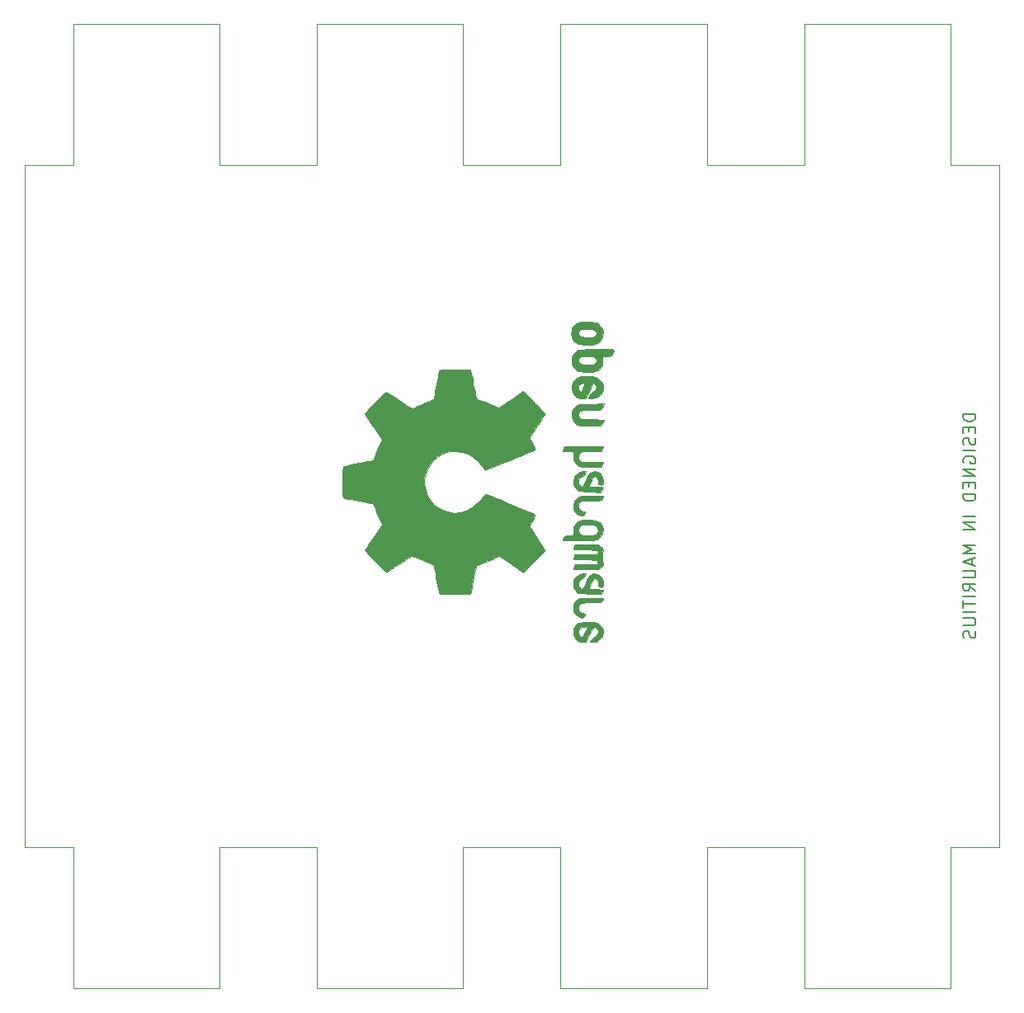
<source format=gbr>
G04 #@! TF.GenerationSoftware,KiCad,Pcbnew,(5.1.6)-1*
G04 #@! TF.CreationDate,2020-09-11T21:59:46+04:00*
G04 #@! TF.ProjectId,Triple-five,54726970-6c65-42d6-9669-76652e6b6963,rev?*
G04 #@! TF.SameCoordinates,Original*
G04 #@! TF.FileFunction,Legend,Bot*
G04 #@! TF.FilePolarity,Positive*
%FSLAX46Y46*%
G04 Gerber Fmt 4.6, Leading zero omitted, Abs format (unit mm)*
G04 Created by KiCad (PCBNEW (5.1.6)-1) date 2020-09-11 21:59:46*
%MOMM*%
%LPD*%
G01*
G04 APERTURE LIST*
%ADD10C,0.150000*%
G04 #@! TA.AperFunction,Profile*
%ADD11C,0.050000*%
G04 #@! TD*
%ADD12C,0.010000*%
G04 APERTURE END LIST*
D10*
X213088095Y-83797619D02*
X211788095Y-83797619D01*
X211788095Y-84107142D01*
X211850000Y-84292857D01*
X211973809Y-84416666D01*
X212097619Y-84478571D01*
X212345238Y-84540476D01*
X212530952Y-84540476D01*
X212778571Y-84478571D01*
X212902380Y-84416666D01*
X213026190Y-84292857D01*
X213088095Y-84107142D01*
X213088095Y-83797619D01*
X212407142Y-85097619D02*
X212407142Y-85530952D01*
X213088095Y-85716666D02*
X213088095Y-85097619D01*
X211788095Y-85097619D01*
X211788095Y-85716666D01*
X213026190Y-86211904D02*
X213088095Y-86397619D01*
X213088095Y-86707142D01*
X213026190Y-86830952D01*
X212964285Y-86892857D01*
X212840476Y-86954761D01*
X212716666Y-86954761D01*
X212592857Y-86892857D01*
X212530952Y-86830952D01*
X212469047Y-86707142D01*
X212407142Y-86459523D01*
X212345238Y-86335714D01*
X212283333Y-86273809D01*
X212159523Y-86211904D01*
X212035714Y-86211904D01*
X211911904Y-86273809D01*
X211850000Y-86335714D01*
X211788095Y-86459523D01*
X211788095Y-86769047D01*
X211850000Y-86954761D01*
X213088095Y-87511904D02*
X211788095Y-87511904D01*
X211850000Y-88811904D02*
X211788095Y-88688095D01*
X211788095Y-88502380D01*
X211850000Y-88316666D01*
X211973809Y-88192857D01*
X212097619Y-88130952D01*
X212345238Y-88069047D01*
X212530952Y-88069047D01*
X212778571Y-88130952D01*
X212902380Y-88192857D01*
X213026190Y-88316666D01*
X213088095Y-88502380D01*
X213088095Y-88626190D01*
X213026190Y-88811904D01*
X212964285Y-88873809D01*
X212530952Y-88873809D01*
X212530952Y-88626190D01*
X213088095Y-89430952D02*
X211788095Y-89430952D01*
X213088095Y-90173809D01*
X211788095Y-90173809D01*
X212407142Y-90792857D02*
X212407142Y-91226190D01*
X213088095Y-91411904D02*
X213088095Y-90792857D01*
X211788095Y-90792857D01*
X211788095Y-91411904D01*
X213088095Y-91969047D02*
X211788095Y-91969047D01*
X211788095Y-92278571D01*
X211850000Y-92464285D01*
X211973809Y-92588095D01*
X212097619Y-92650000D01*
X212345238Y-92711904D01*
X212530952Y-92711904D01*
X212778571Y-92650000D01*
X212902380Y-92588095D01*
X213026190Y-92464285D01*
X213088095Y-92278571D01*
X213088095Y-91969047D01*
X213088095Y-94259523D02*
X211788095Y-94259523D01*
X213088095Y-94878571D02*
X211788095Y-94878571D01*
X213088095Y-95621428D01*
X211788095Y-95621428D01*
X213088095Y-97230952D02*
X211788095Y-97230952D01*
X212716666Y-97664285D01*
X211788095Y-98097619D01*
X213088095Y-98097619D01*
X212716666Y-98654761D02*
X212716666Y-99273809D01*
X213088095Y-98530952D02*
X211788095Y-98964285D01*
X213088095Y-99397619D01*
X211788095Y-99830952D02*
X212840476Y-99830952D01*
X212964285Y-99892857D01*
X213026190Y-99954761D01*
X213088095Y-100078571D01*
X213088095Y-100326190D01*
X213026190Y-100450000D01*
X212964285Y-100511904D01*
X212840476Y-100573809D01*
X211788095Y-100573809D01*
X213088095Y-101935714D02*
X212469047Y-101502380D01*
X213088095Y-101192857D02*
X211788095Y-101192857D01*
X211788095Y-101688095D01*
X211850000Y-101811904D01*
X211911904Y-101873809D01*
X212035714Y-101935714D01*
X212221428Y-101935714D01*
X212345238Y-101873809D01*
X212407142Y-101811904D01*
X212469047Y-101688095D01*
X212469047Y-101192857D01*
X213088095Y-102492857D02*
X211788095Y-102492857D01*
X211788095Y-102926190D02*
X211788095Y-103669047D01*
X213088095Y-103297619D02*
X211788095Y-103297619D01*
X213088095Y-104102380D02*
X211788095Y-104102380D01*
X211788095Y-104721428D02*
X212840476Y-104721428D01*
X212964285Y-104783333D01*
X213026190Y-104845238D01*
X213088095Y-104969047D01*
X213088095Y-105216666D01*
X213026190Y-105340476D01*
X212964285Y-105402380D01*
X212840476Y-105464285D01*
X211788095Y-105464285D01*
X213026190Y-106021428D02*
X213088095Y-106207142D01*
X213088095Y-106516666D01*
X213026190Y-106640476D01*
X212964285Y-106702380D01*
X212840476Y-106764285D01*
X212716666Y-106764285D01*
X212592857Y-106702380D01*
X212530952Y-106640476D01*
X212469047Y-106516666D01*
X212407142Y-106269047D01*
X212345238Y-106145238D01*
X212283333Y-106083333D01*
X212159523Y-106021428D01*
X212035714Y-106021428D01*
X211911904Y-106083333D01*
X211850000Y-106145238D01*
X211788095Y-106269047D01*
X211788095Y-106578571D01*
X211850000Y-106764285D01*
D11*
X115500000Y-128250000D02*
X115500000Y-58250000D01*
X120500000Y-128250000D02*
X115500000Y-128250000D01*
X120500000Y-142750000D02*
X120500000Y-128250000D01*
X135500000Y-142750000D02*
X120500000Y-142750000D01*
X135500000Y-128250000D02*
X135500000Y-142750000D01*
X145500000Y-128250000D02*
X135500000Y-128250000D01*
X145500000Y-142750000D02*
X145500000Y-128250000D01*
X160500000Y-142750000D02*
X145500000Y-142750000D01*
X160500000Y-128250000D02*
X160500000Y-142750000D01*
X170500000Y-128250000D02*
X160500000Y-128250000D01*
X170500000Y-142750000D02*
X170500000Y-128250000D01*
X185500000Y-142750000D02*
X170500000Y-142750000D01*
X185500000Y-128250000D02*
X185500000Y-142750000D01*
X195500000Y-128250000D02*
X185500000Y-128250000D01*
X195500000Y-142750000D02*
X195500000Y-128250000D01*
X210500000Y-142750000D02*
X195500000Y-142750000D01*
X210500000Y-128250000D02*
X210500000Y-142750000D01*
X215500000Y-128250000D02*
X210500000Y-128250000D01*
X215500000Y-58250000D02*
X215500000Y-128250000D01*
X210500000Y-58250000D02*
X215500000Y-58250000D01*
X210500000Y-43750000D02*
X210500000Y-58250000D01*
X195500000Y-43750000D02*
X210500000Y-43750000D01*
X195500000Y-58250000D02*
X195500000Y-43750000D01*
X185500000Y-58250000D02*
X195500000Y-58250000D01*
X185500000Y-43750000D02*
X185500000Y-58250000D01*
X170500000Y-43750000D02*
X185500000Y-43750000D01*
X170500000Y-58250000D02*
X170500000Y-43750000D01*
X160500000Y-58250000D02*
X170500000Y-58250000D01*
X160500000Y-43750000D02*
X160500000Y-58250000D01*
X145500000Y-43750000D02*
X160500000Y-43750000D01*
X145500000Y-58250000D02*
X145500000Y-43750000D01*
X135500000Y-58250000D02*
X145500000Y-58250000D01*
X135500000Y-43750000D02*
X135500000Y-58250000D01*
X120500000Y-43750000D02*
X135500000Y-43750000D01*
X120500000Y-58250000D02*
X120500000Y-43750000D01*
X115500000Y-58250000D02*
X120500000Y-58250000D01*
D12*
G04 #@! TO.C,REF\u002A\u002A*
G36*
X171654758Y-78679749D02*
G01*
X171793806Y-78958625D01*
X172049827Y-79204770D01*
X172144660Y-79272557D01*
X172268751Y-79346406D01*
X172403531Y-79394320D01*
X172583411Y-79421732D01*
X172842805Y-79434072D01*
X173185252Y-79436782D01*
X173654539Y-79424545D01*
X174006896Y-79382010D01*
X174269770Y-79300442D01*
X174470607Y-79171104D01*
X174636853Y-78985260D01*
X174646696Y-78971605D01*
X174747384Y-78788451D01*
X174797201Y-78567899D01*
X174809483Y-78287405D01*
X174809483Y-77831418D01*
X175252143Y-77831226D01*
X175498675Y-77826983D01*
X175643284Y-77801126D01*
X175730014Y-77733554D01*
X175802911Y-77604170D01*
X175817804Y-77573098D01*
X175887597Y-77427692D01*
X175931679Y-77315110D01*
X175935486Y-77231396D01*
X175884453Y-77172595D01*
X175764017Y-77134751D01*
X175559614Y-77113907D01*
X175256680Y-77106109D01*
X174840651Y-77107400D01*
X174296963Y-77113823D01*
X174134339Y-77115829D01*
X173573755Y-77123056D01*
X173207053Y-77129530D01*
X173207053Y-77831034D01*
X173518315Y-77834977D01*
X173721967Y-77852500D01*
X173856288Y-77892145D01*
X173959559Y-77962453D01*
X174009927Y-78010188D01*
X174157303Y-78205338D01*
X174169299Y-78378118D01*
X174047595Y-78556400D01*
X174043104Y-78560919D01*
X173949045Y-78633456D01*
X173821211Y-78677582D01*
X173624345Y-78699840D01*
X173323189Y-78706771D01*
X173256470Y-78706896D01*
X172841458Y-78690146D01*
X172553763Y-78635620D01*
X172378135Y-78536911D01*
X172299323Y-78387610D01*
X172291379Y-78301321D01*
X172328650Y-78096526D01*
X172451371Y-77956052D01*
X172675904Y-77871494D01*
X173018614Y-77834449D01*
X173207053Y-77831034D01*
X173207053Y-77129530D01*
X173139881Y-77130716D01*
X172813455Y-77140617D01*
X172575219Y-77154564D01*
X172405910Y-77174365D01*
X172286269Y-77201826D01*
X172197034Y-77238753D01*
X172118944Y-77286954D01*
X172089560Y-77307622D01*
X171811992Y-77581781D01*
X171654618Y-77928413D01*
X171610744Y-78329384D01*
X171654758Y-78679749D01*
G37*
X171654758Y-78679749D02*
X171793806Y-78958625D01*
X172049827Y-79204770D01*
X172144660Y-79272557D01*
X172268751Y-79346406D01*
X172403531Y-79394320D01*
X172583411Y-79421732D01*
X172842805Y-79434072D01*
X173185252Y-79436782D01*
X173654539Y-79424545D01*
X174006896Y-79382010D01*
X174269770Y-79300442D01*
X174470607Y-79171104D01*
X174636853Y-78985260D01*
X174646696Y-78971605D01*
X174747384Y-78788451D01*
X174797201Y-78567899D01*
X174809483Y-78287405D01*
X174809483Y-77831418D01*
X175252143Y-77831226D01*
X175498675Y-77826983D01*
X175643284Y-77801126D01*
X175730014Y-77733554D01*
X175802911Y-77604170D01*
X175817804Y-77573098D01*
X175887597Y-77427692D01*
X175931679Y-77315110D01*
X175935486Y-77231396D01*
X175884453Y-77172595D01*
X175764017Y-77134751D01*
X175559614Y-77113907D01*
X175256680Y-77106109D01*
X174840651Y-77107400D01*
X174296963Y-77113823D01*
X174134339Y-77115829D01*
X173573755Y-77123056D01*
X173207053Y-77129530D01*
X173207053Y-77831034D01*
X173518315Y-77834977D01*
X173721967Y-77852500D01*
X173856288Y-77892145D01*
X173959559Y-77962453D01*
X174009927Y-78010188D01*
X174157303Y-78205338D01*
X174169299Y-78378118D01*
X174047595Y-78556400D01*
X174043104Y-78560919D01*
X173949045Y-78633456D01*
X173821211Y-78677582D01*
X173624345Y-78699840D01*
X173323189Y-78706771D01*
X173256470Y-78706896D01*
X172841458Y-78690146D01*
X172553763Y-78635620D01*
X172378135Y-78536911D01*
X172299323Y-78387610D01*
X172291379Y-78301321D01*
X172328650Y-78096526D01*
X172451371Y-77956052D01*
X172675904Y-77871494D01*
X173018614Y-77834449D01*
X173207053Y-77831034D01*
X173207053Y-77129530D01*
X173139881Y-77130716D01*
X172813455Y-77140617D01*
X172575219Y-77154564D01*
X172405910Y-77174365D01*
X172286269Y-77201826D01*
X172197034Y-77238753D01*
X172118944Y-77286954D01*
X172089560Y-77307622D01*
X171811992Y-77581781D01*
X171654618Y-77928413D01*
X171610744Y-78329384D01*
X171654758Y-78679749D01*
G36*
X171694298Y-84293573D02*
G01*
X171829785Y-84527807D01*
X171964267Y-84690661D01*
X172105164Y-84809766D01*
X172277468Y-84891819D01*
X172506171Y-84943515D01*
X172816266Y-84971550D01*
X173232744Y-84982621D01*
X173532128Y-84983908D01*
X174634149Y-84983908D01*
X174773208Y-84673707D01*
X174912268Y-84363506D01*
X173705237Y-84327011D01*
X173254449Y-84311932D01*
X172927252Y-84296113D01*
X172701278Y-84276514D01*
X172554161Y-84250092D01*
X172463532Y-84213808D01*
X172407024Y-84164619D01*
X172394793Y-84148837D01*
X172299266Y-83909719D01*
X172337067Y-83668018D01*
X172437356Y-83524138D01*
X172508424Y-83465611D01*
X172601681Y-83425098D01*
X172743058Y-83399351D01*
X172958486Y-83385122D01*
X173273896Y-83379160D01*
X173602605Y-83378161D01*
X174014999Y-83377965D01*
X174306903Y-83370903D01*
X174503776Y-83347268D01*
X174631077Y-83297350D01*
X174714266Y-83211439D01*
X174778801Y-83079829D01*
X174845861Y-82904042D01*
X174918856Y-82712051D01*
X173623365Y-82734905D01*
X173156347Y-82744108D01*
X172811225Y-82754876D01*
X172563921Y-82770307D01*
X172390363Y-82793504D01*
X172266474Y-82827568D01*
X172168182Y-82875598D01*
X172081460Y-82933504D01*
X171804425Y-83212879D01*
X171644222Y-83553781D01*
X171605847Y-83924562D01*
X171694298Y-84293573D01*
G37*
X171694298Y-84293573D02*
X171829785Y-84527807D01*
X171964267Y-84690661D01*
X172105164Y-84809766D01*
X172277468Y-84891819D01*
X172506171Y-84943515D01*
X172816266Y-84971550D01*
X173232744Y-84982621D01*
X173532128Y-84983908D01*
X174634149Y-84983908D01*
X174773208Y-84673707D01*
X174912268Y-84363506D01*
X173705237Y-84327011D01*
X173254449Y-84311932D01*
X172927252Y-84296113D01*
X172701278Y-84276514D01*
X172554161Y-84250092D01*
X172463532Y-84213808D01*
X172407024Y-84164619D01*
X172394793Y-84148837D01*
X172299266Y-83909719D01*
X172337067Y-83668018D01*
X172437356Y-83524138D01*
X172508424Y-83465611D01*
X172601681Y-83425098D01*
X172743058Y-83399351D01*
X172958486Y-83385122D01*
X173273896Y-83379160D01*
X173602605Y-83378161D01*
X174014999Y-83377965D01*
X174306903Y-83370903D01*
X174503776Y-83347268D01*
X174631077Y-83297350D01*
X174714266Y-83211439D01*
X174778801Y-83079829D01*
X174845861Y-82904042D01*
X174918856Y-82712051D01*
X173623365Y-82734905D01*
X173156347Y-82744108D01*
X172811225Y-82754876D01*
X172563921Y-82770307D01*
X172390363Y-82793504D01*
X172266474Y-82827568D01*
X172168182Y-82875598D01*
X172081460Y-82933504D01*
X171804425Y-83212879D01*
X171644222Y-83553781D01*
X171605847Y-83924562D01*
X171694298Y-84293573D01*
G36*
X171665037Y-75870551D02*
G01*
X171844920Y-76212653D01*
X172134416Y-76465127D01*
X172320533Y-76554811D01*
X172599980Y-76624598D01*
X172953067Y-76660322D01*
X173338428Y-76663709D01*
X173714698Y-76636487D01*
X174040513Y-76580383D01*
X174274507Y-76497125D01*
X174314806Y-76471537D01*
X174615622Y-76168454D01*
X174795793Y-75808467D01*
X174848520Y-75417848D01*
X174767005Y-75022869D01*
X174718134Y-74912949D01*
X174567530Y-74698890D01*
X174367837Y-74511020D01*
X174342511Y-74493265D01*
X174220453Y-74421097D01*
X174089976Y-74373392D01*
X173918212Y-74345210D01*
X173672295Y-74331611D01*
X173319359Y-74327655D01*
X173240230Y-74327586D01*
X173215048Y-74327768D01*
X173215048Y-75057471D01*
X173548141Y-75061718D01*
X173769185Y-75078431D01*
X173911962Y-75113563D01*
X174010255Y-75173071D01*
X174043104Y-75203448D01*
X174167930Y-75378089D01*
X174162237Y-75547646D01*
X174053960Y-75719086D01*
X173938366Y-75821338D01*
X173769644Y-75881895D01*
X173503582Y-75915902D01*
X173472551Y-75918235D01*
X172990367Y-75924039D01*
X172632250Y-75863374D01*
X172400400Y-75737061D01*
X172297017Y-75545919D01*
X172291379Y-75477689D01*
X172319732Y-75298527D01*
X172417959Y-75175975D01*
X172605815Y-75101044D01*
X172903055Y-75064748D01*
X173215048Y-75057471D01*
X173215048Y-74327768D01*
X172864147Y-74330305D01*
X172601372Y-74341719D01*
X172419286Y-74366721D01*
X172285270Y-74410197D01*
X172166704Y-74477039D01*
X172144660Y-74491810D01*
X171847517Y-74740079D01*
X171675021Y-75010604D01*
X171606547Y-75339952D01*
X171603202Y-75451791D01*
X171665037Y-75870551D01*
G37*
X171665037Y-75870551D02*
X171844920Y-76212653D01*
X172134416Y-76465127D01*
X172320533Y-76554811D01*
X172599980Y-76624598D01*
X172953067Y-76660322D01*
X173338428Y-76663709D01*
X173714698Y-76636487D01*
X174040513Y-76580383D01*
X174274507Y-76497125D01*
X174314806Y-76471537D01*
X174615622Y-76168454D01*
X174795793Y-75808467D01*
X174848520Y-75417848D01*
X174767005Y-75022869D01*
X174718134Y-74912949D01*
X174567530Y-74698890D01*
X174367837Y-74511020D01*
X174342511Y-74493265D01*
X174220453Y-74421097D01*
X174089976Y-74373392D01*
X173918212Y-74345210D01*
X173672295Y-74331611D01*
X173319359Y-74327655D01*
X173240230Y-74327586D01*
X173215048Y-74327768D01*
X173215048Y-75057471D01*
X173548141Y-75061718D01*
X173769185Y-75078431D01*
X173911962Y-75113563D01*
X174010255Y-75173071D01*
X174043104Y-75203448D01*
X174167930Y-75378089D01*
X174162237Y-75547646D01*
X174053960Y-75719086D01*
X173938366Y-75821338D01*
X173769644Y-75881895D01*
X173503582Y-75915902D01*
X173472551Y-75918235D01*
X172990367Y-75924039D01*
X172632250Y-75863374D01*
X172400400Y-75737061D01*
X172297017Y-75545919D01*
X172291379Y-75477689D01*
X172319732Y-75298527D01*
X172417959Y-75175975D01*
X172605815Y-75101044D01*
X172903055Y-75064748D01*
X173215048Y-75057471D01*
X173215048Y-74327768D01*
X172864147Y-74330305D01*
X172601372Y-74341719D01*
X172419286Y-74366721D01*
X172285270Y-74410197D01*
X172166704Y-74477039D01*
X172144660Y-74491810D01*
X171847517Y-74740079D01*
X171675021Y-75010604D01*
X171606547Y-75339952D01*
X171603202Y-75451791D01*
X171665037Y-75870551D01*
G36*
X171711691Y-81538879D02*
G01*
X171905279Y-81826644D01*
X172184873Y-82049027D01*
X172540663Y-82181873D01*
X172802537Y-82208742D01*
X172911816Y-82205690D01*
X172995486Y-82180140D01*
X173070447Y-82109903D01*
X173153599Y-81972790D01*
X173261844Y-81746612D01*
X173412082Y-81409180D01*
X173412836Y-81407471D01*
X173555093Y-81096876D01*
X173681414Y-80842181D01*
X173778199Y-80669417D01*
X173831850Y-80604615D01*
X173832282Y-80604598D01*
X173949111Y-80661712D01*
X174077886Y-80795273D01*
X174170653Y-80948605D01*
X174189081Y-81026288D01*
X174125346Y-81238223D01*
X173965728Y-81420732D01*
X173790234Y-81509782D01*
X173660857Y-81595450D01*
X173513522Y-81763257D01*
X173386240Y-81960519D01*
X173317022Y-82134551D01*
X173313219Y-82170943D01*
X173375802Y-82211907D01*
X173535778Y-82214375D01*
X173751482Y-82184271D01*
X173981252Y-82127516D01*
X174183424Y-82050034D01*
X174191273Y-82046121D01*
X174516835Y-81812953D01*
X174738277Y-81510760D01*
X174846966Y-81167568D01*
X174834265Y-80811400D01*
X174691541Y-80470281D01*
X174681505Y-80455113D01*
X174438316Y-80186775D01*
X174121023Y-80010330D01*
X173703815Y-79912684D01*
X173586597Y-79899579D01*
X173033324Y-79876370D01*
X172775311Y-79904194D01*
X172775311Y-80604598D01*
X172936257Y-80613698D01*
X172983228Y-80663473D01*
X172948088Y-80787564D01*
X172865022Y-80983167D01*
X172760898Y-81201814D01*
X172758141Y-81207248D01*
X172660662Y-81392574D01*
X172595610Y-81466953D01*
X172527413Y-81448612D01*
X172437804Y-81371382D01*
X172308127Y-81174900D01*
X172298599Y-80963306D01*
X172392973Y-80773507D01*
X172575004Y-80642411D01*
X172775311Y-80604598D01*
X172775311Y-79904194D01*
X172590652Y-79924109D01*
X172239572Y-80046586D01*
X171993619Y-80217090D01*
X171745074Y-80524837D01*
X171621778Y-80863821D01*
X171613921Y-81209886D01*
X171711691Y-81538879D01*
G37*
X171711691Y-81538879D02*
X171905279Y-81826644D01*
X172184873Y-82049027D01*
X172540663Y-82181873D01*
X172802537Y-82208742D01*
X172911816Y-82205690D01*
X172995486Y-82180140D01*
X173070447Y-82109903D01*
X173153599Y-81972790D01*
X173261844Y-81746612D01*
X173412082Y-81409180D01*
X173412836Y-81407471D01*
X173555093Y-81096876D01*
X173681414Y-80842181D01*
X173778199Y-80669417D01*
X173831850Y-80604615D01*
X173832282Y-80604598D01*
X173949111Y-80661712D01*
X174077886Y-80795273D01*
X174170653Y-80948605D01*
X174189081Y-81026288D01*
X174125346Y-81238223D01*
X173965728Y-81420732D01*
X173790234Y-81509782D01*
X173660857Y-81595450D01*
X173513522Y-81763257D01*
X173386240Y-81960519D01*
X173317022Y-82134551D01*
X173313219Y-82170943D01*
X173375802Y-82211907D01*
X173535778Y-82214375D01*
X173751482Y-82184271D01*
X173981252Y-82127516D01*
X174183424Y-82050034D01*
X174191273Y-82046121D01*
X174516835Y-81812953D01*
X174738277Y-81510760D01*
X174846966Y-81167568D01*
X174834265Y-80811400D01*
X174691541Y-80470281D01*
X174681505Y-80455113D01*
X174438316Y-80186775D01*
X174121023Y-80010330D01*
X173703815Y-79912684D01*
X173586597Y-79899579D01*
X173033324Y-79876370D01*
X172775311Y-79904194D01*
X172775311Y-80604598D01*
X172936257Y-80613698D01*
X172983228Y-80663473D01*
X172948088Y-80787564D01*
X172865022Y-80983167D01*
X172760898Y-81201814D01*
X172758141Y-81207248D01*
X172660662Y-81392574D01*
X172595610Y-81466953D01*
X172527413Y-81448612D01*
X172437804Y-81371382D01*
X172308127Y-81174900D01*
X172298599Y-80963306D01*
X172392973Y-80773507D01*
X172575004Y-80642411D01*
X172775311Y-80604598D01*
X172775311Y-79904194D01*
X172590652Y-79924109D01*
X172239572Y-80046586D01*
X171993619Y-80217090D01*
X171745074Y-80524837D01*
X171621778Y-80863821D01*
X171613921Y-81209886D01*
X171711691Y-81538879D01*
G36*
X171309643Y-87611494D02*
G01*
X171607969Y-87632884D01*
X171783766Y-87657452D01*
X171860447Y-87691497D01*
X171861428Y-87741317D01*
X171852274Y-87757471D01*
X171785995Y-87972349D01*
X171789865Y-88251862D01*
X171857998Y-88536036D01*
X171946139Y-88713775D01*
X172086946Y-88896013D01*
X172246297Y-89029233D01*
X172448774Y-89120687D01*
X172718964Y-89177624D01*
X173081450Y-89207297D01*
X173560816Y-89216955D01*
X173652774Y-89217128D01*
X174685720Y-89217241D01*
X174765849Y-88987384D01*
X174820361Y-88824130D01*
X174845742Y-88734561D01*
X174845977Y-88731924D01*
X174777150Y-88723104D01*
X174587308Y-88715597D01*
X174301412Y-88709975D01*
X173944422Y-88706809D01*
X173727378Y-88706322D01*
X173299432Y-88705306D01*
X172992720Y-88700079D01*
X172782501Y-88687367D01*
X172644034Y-88663899D01*
X172552579Y-88626403D01*
X172483397Y-88571606D01*
X172450079Y-88537393D01*
X172315821Y-88302372D01*
X172305767Y-88045911D01*
X172419312Y-87813224D01*
X172460308Y-87770194D01*
X172537393Y-87707079D01*
X172628828Y-87663301D01*
X172761037Y-87635355D01*
X172960442Y-87619741D01*
X173253464Y-87612955D01*
X173657478Y-87611494D01*
X174685720Y-87611494D01*
X174765849Y-87381637D01*
X174820361Y-87218383D01*
X174845742Y-87128813D01*
X174845977Y-87126177D01*
X174776120Y-87119437D01*
X174579076Y-87113362D01*
X174273633Y-87108194D01*
X173878581Y-87104178D01*
X173412707Y-87101558D01*
X172894801Y-87100576D01*
X172871764Y-87100575D01*
X170897551Y-87100575D01*
X170797492Y-87337787D01*
X170697433Y-87575000D01*
X171309643Y-87611494D01*
G37*
X171309643Y-87611494D02*
X171607969Y-87632884D01*
X171783766Y-87657452D01*
X171860447Y-87691497D01*
X171861428Y-87741317D01*
X171852274Y-87757471D01*
X171785995Y-87972349D01*
X171789865Y-88251862D01*
X171857998Y-88536036D01*
X171946139Y-88713775D01*
X172086946Y-88896013D01*
X172246297Y-89029233D01*
X172448774Y-89120687D01*
X172718964Y-89177624D01*
X173081450Y-89207297D01*
X173560816Y-89216955D01*
X173652774Y-89217128D01*
X174685720Y-89217241D01*
X174765849Y-88987384D01*
X174820361Y-88824130D01*
X174845742Y-88734561D01*
X174845977Y-88731924D01*
X174777150Y-88723104D01*
X174587308Y-88715597D01*
X174301412Y-88709975D01*
X173944422Y-88706809D01*
X173727378Y-88706322D01*
X173299432Y-88705306D01*
X172992720Y-88700079D01*
X172782501Y-88687367D01*
X172644034Y-88663899D01*
X172552579Y-88626403D01*
X172483397Y-88571606D01*
X172450079Y-88537393D01*
X172315821Y-88302372D01*
X172305767Y-88045911D01*
X172419312Y-87813224D01*
X172460308Y-87770194D01*
X172537393Y-87707079D01*
X172628828Y-87663301D01*
X172761037Y-87635355D01*
X172960442Y-87619741D01*
X173253464Y-87612955D01*
X173657478Y-87611494D01*
X174685720Y-87611494D01*
X174765849Y-87381637D01*
X174820361Y-87218383D01*
X174845742Y-87128813D01*
X174845977Y-87126177D01*
X174776120Y-87119437D01*
X174579076Y-87113362D01*
X174273633Y-87108194D01*
X173878581Y-87104178D01*
X173412707Y-87101558D01*
X172894801Y-87100576D01*
X172871764Y-87100575D01*
X170897551Y-87100575D01*
X170797492Y-87337787D01*
X170697433Y-87575000D01*
X171309643Y-87611494D01*
G36*
X171810901Y-90949861D02*
G01*
X171917104Y-91235857D01*
X171919146Y-91239129D01*
X172049325Y-91416008D01*
X172201459Y-91546589D01*
X172399718Y-91638428D01*
X172668272Y-91699084D01*
X173031292Y-91736113D01*
X173512949Y-91757073D01*
X173581571Y-91758910D01*
X174616303Y-91785299D01*
X174731140Y-91563228D01*
X174808745Y-91402545D01*
X174845516Y-91305525D01*
X174845977Y-91301038D01*
X174778126Y-91284249D01*
X174595103Y-91270912D01*
X174327702Y-91262708D01*
X174111174Y-91260919D01*
X173760406Y-91260878D01*
X173540128Y-91244843D01*
X173435063Y-91188949D01*
X173429937Y-91069331D01*
X173509475Y-90862123D01*
X173655681Y-90549282D01*
X173777113Y-90319242D01*
X173882466Y-90200927D01*
X173997290Y-90166145D01*
X174002973Y-90166092D01*
X174200777Y-90223488D01*
X174307637Y-90393424D01*
X174323115Y-90653495D01*
X174320430Y-90840824D01*
X174374383Y-90939598D01*
X174503977Y-91001196D01*
X174669081Y-91036648D01*
X174762761Y-90985557D01*
X174776169Y-90966320D01*
X174830015Y-90785207D01*
X174837638Y-90531582D01*
X174801946Y-90270391D01*
X174736720Y-90085313D01*
X174519463Y-89829430D01*
X174217041Y-89683977D01*
X173980769Y-89655172D01*
X173767655Y-89677155D01*
X173593691Y-89756701D01*
X173439181Y-89914209D01*
X173284430Y-90170078D01*
X173109743Y-90544706D01*
X173099870Y-90567529D01*
X172943971Y-90904993D01*
X172816115Y-91113235D01*
X172701221Y-91202493D01*
X172584208Y-91183008D01*
X172449996Y-91065017D01*
X172419109Y-91029734D01*
X172299353Y-90793398D01*
X172304395Y-90548514D01*
X172421810Y-90335241D01*
X172639172Y-90193740D01*
X172681836Y-90180592D01*
X172888760Y-90052557D01*
X172988430Y-89890093D01*
X173087206Y-89655172D01*
X172831645Y-89655172D01*
X172460181Y-89726633D01*
X172119460Y-89938738D01*
X172005477Y-90049113D01*
X171859184Y-90300013D01*
X171792960Y-90619088D01*
X171810901Y-90949861D01*
G37*
X171810901Y-90949861D02*
X171917104Y-91235857D01*
X171919146Y-91239129D01*
X172049325Y-91416008D01*
X172201459Y-91546589D01*
X172399718Y-91638428D01*
X172668272Y-91699084D01*
X173031292Y-91736113D01*
X173512949Y-91757073D01*
X173581571Y-91758910D01*
X174616303Y-91785299D01*
X174731140Y-91563228D01*
X174808745Y-91402545D01*
X174845516Y-91305525D01*
X174845977Y-91301038D01*
X174778126Y-91284249D01*
X174595103Y-91270912D01*
X174327702Y-91262708D01*
X174111174Y-91260919D01*
X173760406Y-91260878D01*
X173540128Y-91244843D01*
X173435063Y-91188949D01*
X173429937Y-91069331D01*
X173509475Y-90862123D01*
X173655681Y-90549282D01*
X173777113Y-90319242D01*
X173882466Y-90200927D01*
X173997290Y-90166145D01*
X174002973Y-90166092D01*
X174200777Y-90223488D01*
X174307637Y-90393424D01*
X174323115Y-90653495D01*
X174320430Y-90840824D01*
X174374383Y-90939598D01*
X174503977Y-91001196D01*
X174669081Y-91036648D01*
X174762761Y-90985557D01*
X174776169Y-90966320D01*
X174830015Y-90785207D01*
X174837638Y-90531582D01*
X174801946Y-90270391D01*
X174736720Y-90085313D01*
X174519463Y-89829430D01*
X174217041Y-89683977D01*
X173980769Y-89655172D01*
X173767655Y-89677155D01*
X173593691Y-89756701D01*
X173439181Y-89914209D01*
X173284430Y-90170078D01*
X173109743Y-90544706D01*
X173099870Y-90567529D01*
X172943971Y-90904993D01*
X172816115Y-91113235D01*
X172701221Y-91202493D01*
X172584208Y-91183008D01*
X172449996Y-91065017D01*
X172419109Y-91029734D01*
X172299353Y-90793398D01*
X172304395Y-90548514D01*
X172421810Y-90335241D01*
X172639172Y-90193740D01*
X172681836Y-90180592D01*
X172888760Y-90052557D01*
X172988430Y-89890093D01*
X173087206Y-89655172D01*
X172831645Y-89655172D01*
X172460181Y-89726633D01*
X172119460Y-89938738D01*
X172005477Y-90049113D01*
X171859184Y-90300013D01*
X171792960Y-90619088D01*
X171810901Y-90949861D01*
G36*
X171804800Y-93414857D02*
G01*
X171927149Y-93746413D01*
X172143549Y-94015024D01*
X172295880Y-94120079D01*
X172575402Y-94234606D01*
X172777515Y-94232227D01*
X172913446Y-94112020D01*
X172936560Y-94067543D01*
X173008626Y-93875510D01*
X172990163Y-93777440D01*
X172869146Y-93744222D01*
X172802299Y-93742529D01*
X172556371Y-93681714D01*
X172384336Y-93523202D01*
X172301245Y-93302885D01*
X172322153Y-93056658D01*
X172430740Y-92856505D01*
X172492680Y-92788902D01*
X172567823Y-92740984D01*
X172681413Y-92708615D01*
X172858691Y-92687659D01*
X173124899Y-92673981D01*
X173505279Y-92663445D01*
X173625719Y-92660717D01*
X174037737Y-92650766D01*
X174327721Y-92639453D01*
X174519582Y-92622486D01*
X174637233Y-92595576D01*
X174704587Y-92554432D01*
X174745557Y-92494765D01*
X174763657Y-92456564D01*
X174825550Y-92294333D01*
X174845977Y-92198835D01*
X174777757Y-92167280D01*
X174571509Y-92148019D01*
X174224852Y-92140949D01*
X173735406Y-92145966D01*
X173659914Y-92147528D01*
X173213372Y-92158552D01*
X172887308Y-92171588D01*
X172656229Y-92190138D01*
X172494644Y-92217705D01*
X172377062Y-92257792D01*
X172277990Y-92313902D01*
X172235537Y-92343254D01*
X172047700Y-92511548D01*
X171901595Y-92699775D01*
X171888841Y-92722819D01*
X171788149Y-93060333D01*
X171804800Y-93414857D01*
G37*
X171804800Y-93414857D02*
X171927149Y-93746413D01*
X172143549Y-94015024D01*
X172295880Y-94120079D01*
X172575402Y-94234606D01*
X172777515Y-94232227D01*
X172913446Y-94112020D01*
X172936560Y-94067543D01*
X173008626Y-93875510D01*
X172990163Y-93777440D01*
X172869146Y-93744222D01*
X172802299Y-93742529D01*
X172556371Y-93681714D01*
X172384336Y-93523202D01*
X172301245Y-93302885D01*
X172322153Y-93056658D01*
X172430740Y-92856505D01*
X172492680Y-92788902D01*
X172567823Y-92740984D01*
X172681413Y-92708615D01*
X172858691Y-92687659D01*
X173124899Y-92673981D01*
X173505279Y-92663445D01*
X173625719Y-92660717D01*
X174037737Y-92650766D01*
X174327721Y-92639453D01*
X174519582Y-92622486D01*
X174637233Y-92595576D01*
X174704587Y-92554432D01*
X174745557Y-92494765D01*
X174763657Y-92456564D01*
X174825550Y-92294333D01*
X174845977Y-92198835D01*
X174777757Y-92167280D01*
X174571509Y-92148019D01*
X174224852Y-92140949D01*
X173735406Y-92145966D01*
X173659914Y-92147528D01*
X173213372Y-92158552D01*
X172887308Y-92171588D01*
X172656229Y-92190138D01*
X172494644Y-92217705D01*
X172377062Y-92257792D01*
X172277990Y-92313902D01*
X172235537Y-92343254D01*
X172047700Y-92511548D01*
X171901595Y-92699775D01*
X171888841Y-92722819D01*
X171788149Y-93060333D01*
X171804800Y-93414857D01*
G36*
X172386139Y-96734785D02*
G01*
X172931653Y-96733858D01*
X173351298Y-96730270D01*
X173665176Y-96722506D01*
X173893388Y-96709055D01*
X174056038Y-96688404D01*
X174173228Y-96659040D01*
X174265060Y-96619452D01*
X174317478Y-96589475D01*
X174601736Y-96341224D01*
X174779912Y-96026471D01*
X174843846Y-95678228D01*
X174785374Y-95329511D01*
X174680298Y-95121857D01*
X174498529Y-94903862D01*
X174276531Y-94755291D01*
X173985801Y-94665652D01*
X173597838Y-94624453D01*
X173313219Y-94618618D01*
X173292765Y-94619405D01*
X173292765Y-95129310D01*
X173619144Y-95132425D01*
X173835201Y-95146694D01*
X173976546Y-95179511D01*
X174078784Y-95238264D01*
X174155904Y-95308464D01*
X174304763Y-95544219D01*
X174317479Y-95797350D01*
X174193198Y-96036589D01*
X174176358Y-96055210D01*
X174088756Y-96134686D01*
X173984529Y-96184520D01*
X173829404Y-96211499D01*
X173589110Y-96222412D01*
X173323447Y-96224138D01*
X172989701Y-96220397D01*
X172767055Y-96204911D01*
X172620733Y-96171285D01*
X172515955Y-96113126D01*
X172460308Y-96065438D01*
X172319963Y-95843907D01*
X172303088Y-95588769D01*
X172410284Y-95345238D01*
X172450079Y-95298239D01*
X172538454Y-95218232D01*
X172643755Y-95168296D01*
X172800627Y-95141483D01*
X173043719Y-95130848D01*
X173292765Y-95129310D01*
X173292765Y-94619405D01*
X172854868Y-94636259D01*
X172510489Y-94696179D01*
X172251580Y-94808869D01*
X172049640Y-94984821D01*
X171946139Y-95121857D01*
X171834321Y-95370940D01*
X171782419Y-95659637D01*
X171796312Y-95927998D01*
X171852357Y-96078161D01*
X171868307Y-96137088D01*
X171808837Y-96176191D01*
X171649471Y-96203487D01*
X171406718Y-96224138D01*
X171136353Y-96246747D01*
X170973687Y-96278153D01*
X170880669Y-96335298D01*
X170819248Y-96435126D01*
X170792048Y-96497845D01*
X170692679Y-96735057D01*
X172386139Y-96734785D01*
G37*
X172386139Y-96734785D02*
X172931653Y-96733858D01*
X173351298Y-96730270D01*
X173665176Y-96722506D01*
X173893388Y-96709055D01*
X174056038Y-96688404D01*
X174173228Y-96659040D01*
X174265060Y-96619452D01*
X174317478Y-96589475D01*
X174601736Y-96341224D01*
X174779912Y-96026471D01*
X174843846Y-95678228D01*
X174785374Y-95329511D01*
X174680298Y-95121857D01*
X174498529Y-94903862D01*
X174276531Y-94755291D01*
X173985801Y-94665652D01*
X173597838Y-94624453D01*
X173313219Y-94618618D01*
X173292765Y-94619405D01*
X173292765Y-95129310D01*
X173619144Y-95132425D01*
X173835201Y-95146694D01*
X173976546Y-95179511D01*
X174078784Y-95238264D01*
X174155904Y-95308464D01*
X174304763Y-95544219D01*
X174317479Y-95797350D01*
X174193198Y-96036589D01*
X174176358Y-96055210D01*
X174088756Y-96134686D01*
X173984529Y-96184520D01*
X173829404Y-96211499D01*
X173589110Y-96222412D01*
X173323447Y-96224138D01*
X172989701Y-96220397D01*
X172767055Y-96204911D01*
X172620733Y-96171285D01*
X172515955Y-96113126D01*
X172460308Y-96065438D01*
X172319963Y-95843907D01*
X172303088Y-95588769D01*
X172410284Y-95345238D01*
X172450079Y-95298239D01*
X172538454Y-95218232D01*
X172643755Y-95168296D01*
X172800627Y-95141483D01*
X173043719Y-95130848D01*
X173292765Y-95129310D01*
X173292765Y-94619405D01*
X172854868Y-94636259D01*
X172510489Y-94696179D01*
X172251580Y-94808869D01*
X172049640Y-94984821D01*
X171946139Y-95121857D01*
X171834321Y-95370940D01*
X171782419Y-95659637D01*
X171796312Y-95927998D01*
X171852357Y-96078161D01*
X171868307Y-96137088D01*
X171808837Y-96176191D01*
X171649471Y-96203487D01*
X171406718Y-96224138D01*
X171136353Y-96246747D01*
X170973687Y-96278153D01*
X170880669Y-96335298D01*
X170819248Y-96435126D01*
X170792048Y-96497845D01*
X170692679Y-96735057D01*
X172386139Y-96734785D01*
G36*
X171849600Y-99700309D02*
G01*
X172041633Y-99711448D01*
X172333477Y-99720177D01*
X172702053Y-99725787D01*
X173088639Y-99727586D01*
X174396817Y-99727586D01*
X174627792Y-99496612D01*
X174770117Y-99337444D01*
X174827768Y-99197723D01*
X174824119Y-99006755D01*
X174814834Y-98930951D01*
X174787815Y-98694025D01*
X174772332Y-98498055D01*
X174770903Y-98450287D01*
X174780256Y-98289248D01*
X174803735Y-98058928D01*
X174814834Y-97969624D01*
X174832002Y-97750285D01*
X174794712Y-97602883D01*
X174679587Y-97456724D01*
X174627792Y-97403963D01*
X174396817Y-97172988D01*
X171949868Y-97172988D01*
X171865164Y-97358894D01*
X171802424Y-97518974D01*
X171780460Y-97612630D01*
X171849875Y-97636643D01*
X172043826Y-97659087D01*
X172340871Y-97678466D01*
X172719569Y-97693285D01*
X173039512Y-97700432D01*
X174298563Y-97720402D01*
X174323196Y-97894619D01*
X174305973Y-98053073D01*
X174250208Y-98130714D01*
X174145947Y-98152417D01*
X173923859Y-98170946D01*
X173612086Y-98184828D01*
X173238767Y-98192591D01*
X173046652Y-98193710D01*
X171940717Y-98194828D01*
X171860589Y-98424685D01*
X171806109Y-98587373D01*
X171780702Y-98675868D01*
X171780460Y-98678421D01*
X171849523Y-98687299D01*
X172041027Y-98697057D01*
X172331448Y-98706878D01*
X172697261Y-98715940D01*
X173039512Y-98722271D01*
X174298563Y-98742241D01*
X174298563Y-99180172D01*
X173149913Y-99200268D01*
X172001262Y-99220364D01*
X171890861Y-99433856D01*
X171815049Y-99591483D01*
X171780646Y-99684775D01*
X171780460Y-99687467D01*
X171849600Y-99700309D01*
G37*
X171849600Y-99700309D02*
X172041633Y-99711448D01*
X172333477Y-99720177D01*
X172702053Y-99725787D01*
X173088639Y-99727586D01*
X174396817Y-99727586D01*
X174627792Y-99496612D01*
X174770117Y-99337444D01*
X174827768Y-99197723D01*
X174824119Y-99006755D01*
X174814834Y-98930951D01*
X174787815Y-98694025D01*
X174772332Y-98498055D01*
X174770903Y-98450287D01*
X174780256Y-98289248D01*
X174803735Y-98058928D01*
X174814834Y-97969624D01*
X174832002Y-97750285D01*
X174794712Y-97602883D01*
X174679587Y-97456724D01*
X174627792Y-97403963D01*
X174396817Y-97172988D01*
X171949868Y-97172988D01*
X171865164Y-97358894D01*
X171802424Y-97518974D01*
X171780460Y-97612630D01*
X171849875Y-97636643D01*
X172043826Y-97659087D01*
X172340871Y-97678466D01*
X172719569Y-97693285D01*
X173039512Y-97700432D01*
X174298563Y-97720402D01*
X174323196Y-97894619D01*
X174305973Y-98053073D01*
X174250208Y-98130714D01*
X174145947Y-98152417D01*
X173923859Y-98170946D01*
X173612086Y-98184828D01*
X173238767Y-98192591D01*
X173046652Y-98193710D01*
X171940717Y-98194828D01*
X171860589Y-98424685D01*
X171806109Y-98587373D01*
X171780702Y-98675868D01*
X171780460Y-98678421D01*
X171849523Y-98687299D01*
X172041027Y-98697057D01*
X172331448Y-98706878D01*
X172697261Y-98715940D01*
X173039512Y-98722271D01*
X174298563Y-98742241D01*
X174298563Y-99180172D01*
X173149913Y-99200268D01*
X172001262Y-99220364D01*
X171890861Y-99433856D01*
X171815049Y-99591483D01*
X171780646Y-99684775D01*
X171780460Y-99687467D01*
X171849600Y-99700309D01*
G36*
X171837891Y-101536016D02*
G01*
X171933484Y-101746172D01*
X172049314Y-101911124D01*
X172178830Y-102031986D01*
X172345908Y-102115431D01*
X172574423Y-102168133D01*
X172888252Y-102196767D01*
X173311269Y-102208008D01*
X173589832Y-102209195D01*
X174676569Y-102209195D01*
X174761273Y-102023290D01*
X174823180Y-101876865D01*
X174845977Y-101804324D01*
X174778142Y-101790446D01*
X174595236Y-101779437D01*
X174328158Y-101772696D01*
X174116092Y-101771264D01*
X173809719Y-101765114D01*
X173566669Y-101748531D01*
X173417836Y-101724316D01*
X173386207Y-101705080D01*
X173418506Y-101575778D01*
X173501349Y-101372793D01*
X173613653Y-101137755D01*
X173734337Y-100912293D01*
X173842320Y-100738038D01*
X173916519Y-100656619D01*
X173917322Y-100656297D01*
X174054642Y-100663300D01*
X174185730Y-100726098D01*
X174292203Y-100836352D01*
X174327815Y-100997273D01*
X174323665Y-101134802D01*
X174320612Y-101329586D01*
X174366246Y-101431831D01*
X174486814Y-101493237D01*
X174509550Y-101500980D01*
X174681496Y-101527600D01*
X174785900Y-101456413D01*
X174835657Y-101270860D01*
X174844860Y-101070420D01*
X174776645Y-100709725D01*
X174679226Y-100523006D01*
X174450369Y-100292406D01*
X174169456Y-100170108D01*
X173872628Y-100159134D01*
X173596027Y-100262503D01*
X173422701Y-100417991D01*
X173325663Y-100573234D01*
X173202812Y-100817238D01*
X173078229Y-101101580D01*
X173059192Y-101148975D01*
X172921362Y-101461303D01*
X172799885Y-101641347D01*
X172679119Y-101699251D01*
X172543425Y-101645159D01*
X172437356Y-101552299D01*
X172306755Y-101332818D01*
X172296959Y-101091325D01*
X172397602Y-100869859D01*
X172598316Y-100710464D01*
X172650100Y-100689543D01*
X172840563Y-100567739D01*
X172981963Y-100389912D01*
X173098002Y-100165517D01*
X172768961Y-100165517D01*
X172567919Y-100178725D01*
X172409466Y-100235354D01*
X172240408Y-100360917D01*
X172110190Y-100481454D01*
X171925805Y-100668886D01*
X171826756Y-100814514D01*
X171787025Y-100970930D01*
X171780460Y-101147983D01*
X171837891Y-101536016D01*
G37*
X171837891Y-101536016D02*
X171933484Y-101746172D01*
X172049314Y-101911124D01*
X172178830Y-102031986D01*
X172345908Y-102115431D01*
X172574423Y-102168133D01*
X172888252Y-102196767D01*
X173311269Y-102208008D01*
X173589832Y-102209195D01*
X174676569Y-102209195D01*
X174761273Y-102023290D01*
X174823180Y-101876865D01*
X174845977Y-101804324D01*
X174778142Y-101790446D01*
X174595236Y-101779437D01*
X174328158Y-101772696D01*
X174116092Y-101771264D01*
X173809719Y-101765114D01*
X173566669Y-101748531D01*
X173417836Y-101724316D01*
X173386207Y-101705080D01*
X173418506Y-101575778D01*
X173501349Y-101372793D01*
X173613653Y-101137755D01*
X173734337Y-100912293D01*
X173842320Y-100738038D01*
X173916519Y-100656619D01*
X173917322Y-100656297D01*
X174054642Y-100663300D01*
X174185730Y-100726098D01*
X174292203Y-100836352D01*
X174327815Y-100997273D01*
X174323665Y-101134802D01*
X174320612Y-101329586D01*
X174366246Y-101431831D01*
X174486814Y-101493237D01*
X174509550Y-101500980D01*
X174681496Y-101527600D01*
X174785900Y-101456413D01*
X174835657Y-101270860D01*
X174844860Y-101070420D01*
X174776645Y-100709725D01*
X174679226Y-100523006D01*
X174450369Y-100292406D01*
X174169456Y-100170108D01*
X173872628Y-100159134D01*
X173596027Y-100262503D01*
X173422701Y-100417991D01*
X173325663Y-100573234D01*
X173202812Y-100817238D01*
X173078229Y-101101580D01*
X173059192Y-101148975D01*
X172921362Y-101461303D01*
X172799885Y-101641347D01*
X172679119Y-101699251D01*
X172543425Y-101645159D01*
X172437356Y-101552299D01*
X172306755Y-101332818D01*
X172296959Y-101091325D01*
X172397602Y-100869859D01*
X172598316Y-100710464D01*
X172650100Y-100689543D01*
X172840563Y-100567739D01*
X172981963Y-100389912D01*
X173098002Y-100165517D01*
X172768961Y-100165517D01*
X172567919Y-100178725D01*
X172409466Y-100235354D01*
X172240408Y-100360917D01*
X172110190Y-100481454D01*
X171925805Y-100668886D01*
X171826756Y-100814514D01*
X171787025Y-100970930D01*
X171780460Y-101147983D01*
X171837891Y-101536016D01*
G36*
X171850046Y-104089224D02*
G01*
X171888173Y-104176463D01*
X172053088Y-104384692D01*
X172291544Y-104562756D01*
X172546016Y-104672881D01*
X172671469Y-104690805D01*
X172846617Y-104630713D01*
X172939293Y-104498901D01*
X172995410Y-104357577D01*
X173005750Y-104292865D01*
X172930707Y-104261355D01*
X172767403Y-104199135D01*
X172693614Y-104171837D01*
X172438369Y-104018771D01*
X172311057Y-103797153D01*
X172314972Y-103512982D01*
X172319986Y-103491934D01*
X172391917Y-103340220D01*
X172532147Y-103228685D01*
X172757908Y-103152506D01*
X173086427Y-103106861D01*
X173534934Y-103086926D01*
X173773584Y-103085057D01*
X174149783Y-103084130D01*
X174406237Y-103078056D01*
X174569181Y-103061899D01*
X174664845Y-103030720D01*
X174719464Y-102979582D01*
X174759269Y-102903547D01*
X174761273Y-102899152D01*
X174823180Y-102752727D01*
X174845977Y-102680186D01*
X174777055Y-102669040D01*
X174586550Y-102659498D01*
X174298852Y-102652247D01*
X173938353Y-102647977D01*
X173674536Y-102647126D01*
X173164032Y-102651469D01*
X172776742Y-102668455D01*
X172490060Y-102704018D01*
X172281379Y-102764094D01*
X172128090Y-102854620D01*
X172007586Y-102981529D01*
X171923482Y-103106848D01*
X171811548Y-103408186D01*
X171786302Y-103758893D01*
X171850046Y-104089224D01*
G37*
X171850046Y-104089224D02*
X171888173Y-104176463D01*
X172053088Y-104384692D01*
X172291544Y-104562756D01*
X172546016Y-104672881D01*
X172671469Y-104690805D01*
X172846617Y-104630713D01*
X172939293Y-104498901D01*
X172995410Y-104357577D01*
X173005750Y-104292865D01*
X172930707Y-104261355D01*
X172767403Y-104199135D01*
X172693614Y-104171837D01*
X172438369Y-104018771D01*
X172311057Y-103797153D01*
X172314972Y-103512982D01*
X172319986Y-103491934D01*
X172391917Y-103340220D01*
X172532147Y-103228685D01*
X172757908Y-103152506D01*
X173086427Y-103106861D01*
X173534934Y-103086926D01*
X173773584Y-103085057D01*
X174149783Y-103084130D01*
X174406237Y-103078056D01*
X174569181Y-103061899D01*
X174664845Y-103030720D01*
X174719464Y-102979582D01*
X174759269Y-102903547D01*
X174761273Y-102899152D01*
X174823180Y-102752727D01*
X174845977Y-102680186D01*
X174777055Y-102669040D01*
X174586550Y-102659498D01*
X174298852Y-102652247D01*
X173938353Y-102647977D01*
X173674536Y-102647126D01*
X173164032Y-102651469D01*
X172776742Y-102668455D01*
X172490060Y-102704018D01*
X172281379Y-102764094D01*
X172128090Y-102854620D01*
X172007586Y-102981529D01*
X171923482Y-103106848D01*
X171811548Y-103408186D01*
X171786302Y-103758893D01*
X171850046Y-104089224D01*
G36*
X171891350Y-106608597D02*
G01*
X172080085Y-106897374D01*
X172249044Y-107036660D01*
X172555638Y-107147009D01*
X172798245Y-107155773D01*
X173122640Y-107135919D01*
X173450097Y-106387787D01*
X173617395Y-106024026D01*
X173751975Y-105786343D01*
X173868541Y-105662753D01*
X173981800Y-105641276D01*
X174106456Y-105709930D01*
X174189081Y-105785632D01*
X174321584Y-106005907D01*
X174330868Y-106245491D01*
X174227602Y-106465530D01*
X174022458Y-106627171D01*
X173950019Y-106656082D01*
X173723772Y-106794563D01*
X173627351Y-106953882D01*
X173544864Y-107172414D01*
X173857585Y-107172414D01*
X174070389Y-107153094D01*
X174249845Y-107077414D01*
X174455891Y-106918795D01*
X174482666Y-106895219D01*
X174665979Y-106718782D01*
X174764355Y-106567118D01*
X174809613Y-106377374D01*
X174824434Y-106220076D01*
X174828127Y-105938716D01*
X174781337Y-105738425D01*
X174711868Y-105613474D01*
X174559102Y-105417094D01*
X174393886Y-105281158D01*
X174186103Y-105195129D01*
X173905635Y-105148469D01*
X173522366Y-105130640D01*
X173327841Y-105129217D01*
X173094632Y-105134056D01*
X173094632Y-105574748D01*
X173219741Y-105579859D01*
X173240230Y-105592598D01*
X173212396Y-105676664D01*
X173138733Y-105857576D01*
X173034002Y-106099368D01*
X173011492Y-106149932D01*
X172856106Y-106455508D01*
X172719538Y-106623868D01*
X172591622Y-106660869D01*
X172462191Y-106572367D01*
X172405001Y-106499277D01*
X172290625Y-106235540D01*
X172309521Y-105988690D01*
X172449129Y-105782031D01*
X172696883Y-105638869D01*
X172893535Y-105592970D01*
X173094632Y-105574748D01*
X173094632Y-105134056D01*
X172873378Y-105138648D01*
X172537133Y-105173397D01*
X172292289Y-105242235D01*
X172112028Y-105353930D01*
X171969532Y-105517253D01*
X171923482Y-105588457D01*
X171803554Y-105911906D01*
X171796008Y-106266030D01*
X171891350Y-106608597D01*
G37*
X171891350Y-106608597D02*
X172080085Y-106897374D01*
X172249044Y-107036660D01*
X172555638Y-107147009D01*
X172798245Y-107155773D01*
X173122640Y-107135919D01*
X173450097Y-106387787D01*
X173617395Y-106024026D01*
X173751975Y-105786343D01*
X173868541Y-105662753D01*
X173981800Y-105641276D01*
X174106456Y-105709930D01*
X174189081Y-105785632D01*
X174321584Y-106005907D01*
X174330868Y-106245491D01*
X174227602Y-106465530D01*
X174022458Y-106627171D01*
X173950019Y-106656082D01*
X173723772Y-106794563D01*
X173627351Y-106953882D01*
X173544864Y-107172414D01*
X173857585Y-107172414D01*
X174070389Y-107153094D01*
X174249845Y-107077414D01*
X174455891Y-106918795D01*
X174482666Y-106895219D01*
X174665979Y-106718782D01*
X174764355Y-106567118D01*
X174809613Y-106377374D01*
X174824434Y-106220076D01*
X174828127Y-105938716D01*
X174781337Y-105738425D01*
X174711868Y-105613474D01*
X174559102Y-105417094D01*
X174393886Y-105281158D01*
X174186103Y-105195129D01*
X173905635Y-105148469D01*
X173522366Y-105130640D01*
X173327841Y-105129217D01*
X173094632Y-105134056D01*
X173094632Y-105574748D01*
X173219741Y-105579859D01*
X173240230Y-105592598D01*
X173212396Y-105676664D01*
X173138733Y-105857576D01*
X173034002Y-106099368D01*
X173011492Y-106149932D01*
X172856106Y-106455508D01*
X172719538Y-106623868D01*
X172591622Y-106660869D01*
X172462191Y-106572367D01*
X172405001Y-106499277D01*
X172290625Y-106235540D01*
X172309521Y-105988690D01*
X172449129Y-105782031D01*
X172696883Y-105638869D01*
X172893535Y-105592970D01*
X173094632Y-105574748D01*
X173094632Y-105134056D01*
X172873378Y-105138648D01*
X172537133Y-105173397D01*
X172292289Y-105242235D01*
X172112028Y-105353930D01*
X171969532Y-105517253D01*
X171923482Y-105588457D01*
X171803554Y-105911906D01*
X171796008Y-106266030D01*
X171891350Y-106608597D01*
G36*
X148132495Y-91272534D02*
G01*
X148134658Y-91667515D01*
X148140513Y-91953368D01*
X148151905Y-92148517D01*
X148170675Y-92271385D01*
X148198666Y-92340398D01*
X148237721Y-92373979D01*
X148289682Y-92390552D01*
X148296408Y-92392163D01*
X148417783Y-92417338D01*
X148657262Y-92463937D01*
X148989357Y-92527113D01*
X149388577Y-92602018D01*
X149829434Y-92683804D01*
X149844917Y-92686660D01*
X150276954Y-92768583D01*
X150658672Y-92845232D01*
X150967178Y-92911659D01*
X151179577Y-92962918D01*
X151272975Y-92994064D01*
X151274630Y-92995549D01*
X151320239Y-93087298D01*
X151396242Y-93276464D01*
X151486232Y-93522195D01*
X151486713Y-93523563D01*
X151603055Y-93833081D01*
X151751260Y-94197989D01*
X151900272Y-94541953D01*
X151907640Y-94558232D01*
X152161914Y-95118475D01*
X151314743Y-96359046D01*
X151056480Y-96739614D01*
X150825593Y-97084352D01*
X150635210Y-97373287D01*
X150498463Y-97586447D01*
X150428482Y-97703860D01*
X150423292Y-97715010D01*
X150446399Y-97800336D01*
X150557890Y-97959703D01*
X150763022Y-98199327D01*
X151067052Y-98525423D01*
X151390512Y-98858321D01*
X151709254Y-99179235D01*
X152000115Y-99466452D01*
X152245131Y-99702681D01*
X152426341Y-99870632D01*
X152525783Y-99953014D01*
X152530902Y-99956079D01*
X152599141Y-99965186D01*
X152710584Y-99930876D01*
X152880279Y-99844672D01*
X153123278Y-99698098D01*
X153454628Y-99482676D01*
X153881189Y-99195499D01*
X154256638Y-98940634D01*
X154593374Y-98712807D01*
X154871849Y-98525181D01*
X155072512Y-98390923D01*
X155175813Y-98323199D01*
X155182826Y-98318936D01*
X155281802Y-98327204D01*
X155474172Y-98389882D01*
X155723579Y-98494495D01*
X155803228Y-98531780D01*
X156158065Y-98694465D01*
X156560684Y-98868030D01*
X156909052Y-99009022D01*
X157167610Y-99110617D01*
X157364104Y-99191314D01*
X157466800Y-99237945D01*
X157474713Y-99243743D01*
X157487820Y-99329506D01*
X157523734Y-99531672D01*
X157577342Y-99823358D01*
X157643533Y-100177686D01*
X157717192Y-100567775D01*
X157793208Y-100966744D01*
X157866470Y-101347713D01*
X157931863Y-101683801D01*
X157984276Y-101948129D01*
X158018597Y-102113815D01*
X158028301Y-102154454D01*
X158052251Y-102196433D01*
X158106340Y-102228121D01*
X158208828Y-102250944D01*
X158377972Y-102266328D01*
X158632029Y-102275699D01*
X158989257Y-102280481D01*
X159467913Y-102282100D01*
X159664112Y-102282184D01*
X161259766Y-102282184D01*
X161335399Y-101898994D01*
X161376410Y-101685805D01*
X161436273Y-101367674D01*
X161507767Y-100983288D01*
X161583668Y-100571336D01*
X161604516Y-100457471D01*
X161678426Y-100077331D01*
X161751105Y-99746170D01*
X161815822Y-99491784D01*
X161865844Y-99341969D01*
X161880753Y-99317013D01*
X161986336Y-99255733D01*
X162190924Y-99167869D01*
X162454208Y-99070432D01*
X162510920Y-99051105D01*
X162862544Y-98923400D01*
X163259286Y-98764884D01*
X163615562Y-98609759D01*
X163617216Y-98608995D01*
X164176099Y-98350668D01*
X165425839Y-99200285D01*
X166675580Y-100049901D01*
X167768250Y-98959053D01*
X168093452Y-98629121D01*
X168380121Y-98328197D01*
X168612954Y-98073182D01*
X168776645Y-97880977D01*
X168855892Y-97768483D01*
X168860920Y-97752346D01*
X168821324Y-97657600D01*
X168711240Y-97464269D01*
X168543725Y-97193472D01*
X168331836Y-96866330D01*
X168094540Y-96512630D01*
X167852495Y-96153653D01*
X167641878Y-95833588D01*
X167475646Y-95572762D01*
X167366756Y-95391500D01*
X167328161Y-95310394D01*
X167360820Y-95211440D01*
X167446876Y-95023797D01*
X167568450Y-94786169D01*
X167581963Y-94760979D01*
X167742450Y-94440978D01*
X167821157Y-94221545D01*
X167821994Y-94085069D01*
X167748869Y-94013938D01*
X167747845Y-94013524D01*
X167661245Y-93977969D01*
X167455672Y-93893172D01*
X167147035Y-93765710D01*
X166751246Y-93602156D01*
X166284216Y-93409085D01*
X165761855Y-93193072D01*
X165256115Y-92983876D01*
X164697999Y-92753969D01*
X164180980Y-92542876D01*
X163720906Y-92356922D01*
X163333627Y-92202436D01*
X163034991Y-92085743D01*
X162840847Y-92013170D01*
X162768391Y-91990805D01*
X162685275Y-92046891D01*
X162552807Y-92193596D01*
X162406761Y-92389221D01*
X161944880Y-92946334D01*
X161415456Y-93381794D01*
X160829641Y-93690384D01*
X160198586Y-93866884D01*
X159533443Y-93906076D01*
X159226437Y-93877589D01*
X158589484Y-93722374D01*
X158027004Y-93455058D01*
X157544544Y-93092222D01*
X157147652Y-92650444D01*
X156841875Y-92146306D01*
X156632762Y-91596386D01*
X156525861Y-91017264D01*
X156526718Y-90425521D01*
X156640881Y-89837736D01*
X156873898Y-89270489D01*
X157231318Y-88740360D01*
X157433458Y-88519090D01*
X157952519Y-88094723D01*
X158519738Y-87799247D01*
X159118583Y-87630695D01*
X159732517Y-87587100D01*
X160345008Y-87666495D01*
X160939519Y-87866913D01*
X161499517Y-88186387D01*
X162008467Y-88622949D01*
X162406761Y-89110779D01*
X162559006Y-89313977D01*
X162690037Y-89457523D01*
X162768515Y-89509195D01*
X162854097Y-89482140D01*
X163058547Y-89405193D01*
X163366017Y-89284685D01*
X163760658Y-89126946D01*
X164226623Y-88938305D01*
X164748064Y-88725094D01*
X165256239Y-88515546D01*
X165814833Y-88284361D01*
X166332461Y-88070223D01*
X166793216Y-87879705D01*
X167181188Y-87719383D01*
X167480470Y-87595829D01*
X167675152Y-87515619D01*
X167747845Y-87485898D01*
X167821694Y-87415685D01*
X167821477Y-87279873D01*
X167743315Y-87060986D01*
X167583324Y-86741547D01*
X167581963Y-86739021D01*
X167457804Y-86498505D01*
X167367363Y-86304078D01*
X167328519Y-86194443D01*
X167328161Y-86189605D01*
X167367561Y-86107073D01*
X167477124Y-85924864D01*
X167643893Y-85663306D01*
X167854909Y-85342724D01*
X168094540Y-84987370D01*
X168337168Y-84625582D01*
X168548174Y-84299510D01*
X168714502Y-84030275D01*
X168823095Y-83838996D01*
X168860920Y-83747654D01*
X168811204Y-83663545D01*
X168672259Y-83494439D01*
X168459385Y-83257233D01*
X168187882Y-82968825D01*
X167873054Y-82646112D01*
X167767874Y-82540572D01*
X166674828Y-81449348D01*
X165455850Y-82279942D01*
X165081513Y-82532365D01*
X164745549Y-82753905D01*
X164467423Y-82932134D01*
X164266597Y-83054624D01*
X164162535Y-83108945D01*
X164155132Y-83110536D01*
X164057046Y-83081899D01*
X163859737Y-83004873D01*
X163596272Y-82892789D01*
X163419886Y-82814117D01*
X163082191Y-82667019D01*
X162741022Y-82528489D01*
X162452758Y-82421090D01*
X162364943Y-82391916D01*
X162130434Y-82309028D01*
X161949236Y-82228002D01*
X161880753Y-82183498D01*
X161838841Y-82085286D01*
X161779426Y-81870935D01*
X161709243Y-81568258D01*
X161635024Y-81205067D01*
X161604516Y-81042529D01*
X161528671Y-80629783D01*
X161455233Y-80233881D01*
X161391422Y-79893510D01*
X161344462Y-79647358D01*
X161335399Y-79601006D01*
X161259766Y-79217816D01*
X159664112Y-79217816D01*
X159139424Y-79218677D01*
X158742450Y-79222209D01*
X158454933Y-79229839D01*
X158258616Y-79242991D01*
X158135239Y-79263092D01*
X158066547Y-79291568D01*
X158034282Y-79329843D01*
X158028301Y-79345546D01*
X158007084Y-79440261D01*
X157964750Y-79649511D01*
X157906414Y-79946416D01*
X157837187Y-80304096D01*
X157762182Y-80695670D01*
X157686511Y-81094257D01*
X157615287Y-81472978D01*
X157553622Y-81804952D01*
X157506628Y-82063298D01*
X157479417Y-82221137D01*
X157474713Y-82256257D01*
X157411759Y-82288074D01*
X157244054Y-82358501D01*
X157003332Y-82454371D01*
X156909052Y-82490978D01*
X156544804Y-82638629D01*
X156142377Y-82812500D01*
X155803228Y-82968220D01*
X155543903Y-83082801D01*
X155330815Y-83159033D01*
X155200316Y-83184480D01*
X155182826Y-83180423D01*
X155100255Y-83126641D01*
X154916608Y-83003837D01*
X154651443Y-82825192D01*
X154324315Y-82603886D01*
X153954780Y-82353103D01*
X153881836Y-82303514D01*
X153449659Y-82012530D01*
X153120565Y-81798631D01*
X152879402Y-81653290D01*
X152711019Y-81567980D01*
X152600264Y-81534173D01*
X152531984Y-81543341D01*
X152531549Y-81543575D01*
X152441865Y-81615732D01*
X152268478Y-81775333D01*
X152029364Y-82005077D01*
X151742497Y-82287666D01*
X151425852Y-82605802D01*
X151390512Y-82641679D01*
X151002258Y-83042606D01*
X150717175Y-83352012D01*
X150530005Y-83576111D01*
X150435491Y-83721120D01*
X150423292Y-83784990D01*
X150476508Y-83878205D01*
X150599434Y-84071643D01*
X150778937Y-84345333D01*
X151001889Y-84679300D01*
X151255157Y-85053575D01*
X151314743Y-85140954D01*
X152161914Y-86381525D01*
X151907640Y-86941768D01*
X151759457Y-87282473D01*
X151610426Y-87648191D01*
X151491601Y-87962587D01*
X151486713Y-87976437D01*
X151396693Y-88222357D01*
X151320573Y-88411927D01*
X151274762Y-88504294D01*
X151274630Y-88504451D01*
X151191822Y-88533760D01*
X150988168Y-88583581D01*
X150686563Y-88648968D01*
X150309898Y-88724976D01*
X149881069Y-88806657D01*
X149844917Y-88813340D01*
X149403088Y-88895276D01*
X149002026Y-88970495D01*
X148667219Y-89034152D01*
X148424158Y-89081397D01*
X148298330Y-89107383D01*
X148296408Y-89107837D01*
X148242882Y-89123651D01*
X148202469Y-89154403D01*
X148173327Y-89218515D01*
X148153612Y-89334413D01*
X148141483Y-89520521D01*
X148135097Y-89795263D01*
X148132612Y-90177063D01*
X148132185Y-90684346D01*
X148132184Y-90750000D01*
X148132495Y-91272534D01*
G37*
X148132495Y-91272534D02*
X148134658Y-91667515D01*
X148140513Y-91953368D01*
X148151905Y-92148517D01*
X148170675Y-92271385D01*
X148198666Y-92340398D01*
X148237721Y-92373979D01*
X148289682Y-92390552D01*
X148296408Y-92392163D01*
X148417783Y-92417338D01*
X148657262Y-92463937D01*
X148989357Y-92527113D01*
X149388577Y-92602018D01*
X149829434Y-92683804D01*
X149844917Y-92686660D01*
X150276954Y-92768583D01*
X150658672Y-92845232D01*
X150967178Y-92911659D01*
X151179577Y-92962918D01*
X151272975Y-92994064D01*
X151274630Y-92995549D01*
X151320239Y-93087298D01*
X151396242Y-93276464D01*
X151486232Y-93522195D01*
X151486713Y-93523563D01*
X151603055Y-93833081D01*
X151751260Y-94197989D01*
X151900272Y-94541953D01*
X151907640Y-94558232D01*
X152161914Y-95118475D01*
X151314743Y-96359046D01*
X151056480Y-96739614D01*
X150825593Y-97084352D01*
X150635210Y-97373287D01*
X150498463Y-97586447D01*
X150428482Y-97703860D01*
X150423292Y-97715010D01*
X150446399Y-97800336D01*
X150557890Y-97959703D01*
X150763022Y-98199327D01*
X151067052Y-98525423D01*
X151390512Y-98858321D01*
X151709254Y-99179235D01*
X152000115Y-99466452D01*
X152245131Y-99702681D01*
X152426341Y-99870632D01*
X152525783Y-99953014D01*
X152530902Y-99956079D01*
X152599141Y-99965186D01*
X152710584Y-99930876D01*
X152880279Y-99844672D01*
X153123278Y-99698098D01*
X153454628Y-99482676D01*
X153881189Y-99195499D01*
X154256638Y-98940634D01*
X154593374Y-98712807D01*
X154871849Y-98525181D01*
X155072512Y-98390923D01*
X155175813Y-98323199D01*
X155182826Y-98318936D01*
X155281802Y-98327204D01*
X155474172Y-98389882D01*
X155723579Y-98494495D01*
X155803228Y-98531780D01*
X156158065Y-98694465D01*
X156560684Y-98868030D01*
X156909052Y-99009022D01*
X157167610Y-99110617D01*
X157364104Y-99191314D01*
X157466800Y-99237945D01*
X157474713Y-99243743D01*
X157487820Y-99329506D01*
X157523734Y-99531672D01*
X157577342Y-99823358D01*
X157643533Y-100177686D01*
X157717192Y-100567775D01*
X157793208Y-100966744D01*
X157866470Y-101347713D01*
X157931863Y-101683801D01*
X157984276Y-101948129D01*
X158018597Y-102113815D01*
X158028301Y-102154454D01*
X158052251Y-102196433D01*
X158106340Y-102228121D01*
X158208828Y-102250944D01*
X158377972Y-102266328D01*
X158632029Y-102275699D01*
X158989257Y-102280481D01*
X159467913Y-102282100D01*
X159664112Y-102282184D01*
X161259766Y-102282184D01*
X161335399Y-101898994D01*
X161376410Y-101685805D01*
X161436273Y-101367674D01*
X161507767Y-100983288D01*
X161583668Y-100571336D01*
X161604516Y-100457471D01*
X161678426Y-100077331D01*
X161751105Y-99746170D01*
X161815822Y-99491784D01*
X161865844Y-99341969D01*
X161880753Y-99317013D01*
X161986336Y-99255733D01*
X162190924Y-99167869D01*
X162454208Y-99070432D01*
X162510920Y-99051105D01*
X162862544Y-98923400D01*
X163259286Y-98764884D01*
X163615562Y-98609759D01*
X163617216Y-98608995D01*
X164176099Y-98350668D01*
X165425839Y-99200285D01*
X166675580Y-100049901D01*
X167768250Y-98959053D01*
X168093452Y-98629121D01*
X168380121Y-98328197D01*
X168612954Y-98073182D01*
X168776645Y-97880977D01*
X168855892Y-97768483D01*
X168860920Y-97752346D01*
X168821324Y-97657600D01*
X168711240Y-97464269D01*
X168543725Y-97193472D01*
X168331836Y-96866330D01*
X168094540Y-96512630D01*
X167852495Y-96153653D01*
X167641878Y-95833588D01*
X167475646Y-95572762D01*
X167366756Y-95391500D01*
X167328161Y-95310394D01*
X167360820Y-95211440D01*
X167446876Y-95023797D01*
X167568450Y-94786169D01*
X167581963Y-94760979D01*
X167742450Y-94440978D01*
X167821157Y-94221545D01*
X167821994Y-94085069D01*
X167748869Y-94013938D01*
X167747845Y-94013524D01*
X167661245Y-93977969D01*
X167455672Y-93893172D01*
X167147035Y-93765710D01*
X166751246Y-93602156D01*
X166284216Y-93409085D01*
X165761855Y-93193072D01*
X165256115Y-92983876D01*
X164697999Y-92753969D01*
X164180980Y-92542876D01*
X163720906Y-92356922D01*
X163333627Y-92202436D01*
X163034991Y-92085743D01*
X162840847Y-92013170D01*
X162768391Y-91990805D01*
X162685275Y-92046891D01*
X162552807Y-92193596D01*
X162406761Y-92389221D01*
X161944880Y-92946334D01*
X161415456Y-93381794D01*
X160829641Y-93690384D01*
X160198586Y-93866884D01*
X159533443Y-93906076D01*
X159226437Y-93877589D01*
X158589484Y-93722374D01*
X158027004Y-93455058D01*
X157544544Y-93092222D01*
X157147652Y-92650444D01*
X156841875Y-92146306D01*
X156632762Y-91596386D01*
X156525861Y-91017264D01*
X156526718Y-90425521D01*
X156640881Y-89837736D01*
X156873898Y-89270489D01*
X157231318Y-88740360D01*
X157433458Y-88519090D01*
X157952519Y-88094723D01*
X158519738Y-87799247D01*
X159118583Y-87630695D01*
X159732517Y-87587100D01*
X160345008Y-87666495D01*
X160939519Y-87866913D01*
X161499517Y-88186387D01*
X162008467Y-88622949D01*
X162406761Y-89110779D01*
X162559006Y-89313977D01*
X162690037Y-89457523D01*
X162768515Y-89509195D01*
X162854097Y-89482140D01*
X163058547Y-89405193D01*
X163366017Y-89284685D01*
X163760658Y-89126946D01*
X164226623Y-88938305D01*
X164748064Y-88725094D01*
X165256239Y-88515546D01*
X165814833Y-88284361D01*
X166332461Y-88070223D01*
X166793216Y-87879705D01*
X167181188Y-87719383D01*
X167480470Y-87595829D01*
X167675152Y-87515619D01*
X167747845Y-87485898D01*
X167821694Y-87415685D01*
X167821477Y-87279873D01*
X167743315Y-87060986D01*
X167583324Y-86741547D01*
X167581963Y-86739021D01*
X167457804Y-86498505D01*
X167367363Y-86304078D01*
X167328519Y-86194443D01*
X167328161Y-86189605D01*
X167367561Y-86107073D01*
X167477124Y-85924864D01*
X167643893Y-85663306D01*
X167854909Y-85342724D01*
X168094540Y-84987370D01*
X168337168Y-84625582D01*
X168548174Y-84299510D01*
X168714502Y-84030275D01*
X168823095Y-83838996D01*
X168860920Y-83747654D01*
X168811204Y-83663545D01*
X168672259Y-83494439D01*
X168459385Y-83257233D01*
X168187882Y-82968825D01*
X167873054Y-82646112D01*
X167767874Y-82540572D01*
X166674828Y-81449348D01*
X165455850Y-82279942D01*
X165081513Y-82532365D01*
X164745549Y-82753905D01*
X164467423Y-82932134D01*
X164266597Y-83054624D01*
X164162535Y-83108945D01*
X164155132Y-83110536D01*
X164057046Y-83081899D01*
X163859737Y-83004873D01*
X163596272Y-82892789D01*
X163419886Y-82814117D01*
X163082191Y-82667019D01*
X162741022Y-82528489D01*
X162452758Y-82421090D01*
X162364943Y-82391916D01*
X162130434Y-82309028D01*
X161949236Y-82228002D01*
X161880753Y-82183498D01*
X161838841Y-82085286D01*
X161779426Y-81870935D01*
X161709243Y-81568258D01*
X161635024Y-81205067D01*
X161604516Y-81042529D01*
X161528671Y-80629783D01*
X161455233Y-80233881D01*
X161391422Y-79893510D01*
X161344462Y-79647358D01*
X161335399Y-79601006D01*
X161259766Y-79217816D01*
X159664112Y-79217816D01*
X159139424Y-79218677D01*
X158742450Y-79222209D01*
X158454933Y-79229839D01*
X158258616Y-79242991D01*
X158135239Y-79263092D01*
X158066547Y-79291568D01*
X158034282Y-79329843D01*
X158028301Y-79345546D01*
X158007084Y-79440261D01*
X157964750Y-79649511D01*
X157906414Y-79946416D01*
X157837187Y-80304096D01*
X157762182Y-80695670D01*
X157686511Y-81094257D01*
X157615287Y-81472978D01*
X157553622Y-81804952D01*
X157506628Y-82063298D01*
X157479417Y-82221137D01*
X157474713Y-82256257D01*
X157411759Y-82288074D01*
X157244054Y-82358501D01*
X157003332Y-82454371D01*
X156909052Y-82490978D01*
X156544804Y-82638629D01*
X156142377Y-82812500D01*
X155803228Y-82968220D01*
X155543903Y-83082801D01*
X155330815Y-83159033D01*
X155200316Y-83184480D01*
X155182826Y-83180423D01*
X155100255Y-83126641D01*
X154916608Y-83003837D01*
X154651443Y-82825192D01*
X154324315Y-82603886D01*
X153954780Y-82353103D01*
X153881836Y-82303514D01*
X153449659Y-82012530D01*
X153120565Y-81798631D01*
X152879402Y-81653290D01*
X152711019Y-81567980D01*
X152600264Y-81534173D01*
X152531984Y-81543341D01*
X152531549Y-81543575D01*
X152441865Y-81615732D01*
X152268478Y-81775333D01*
X152029364Y-82005077D01*
X151742497Y-82287666D01*
X151425852Y-82605802D01*
X151390512Y-82641679D01*
X151002258Y-83042606D01*
X150717175Y-83352012D01*
X150530005Y-83576111D01*
X150435491Y-83721120D01*
X150423292Y-83784990D01*
X150476508Y-83878205D01*
X150599434Y-84071643D01*
X150778937Y-84345333D01*
X151001889Y-84679300D01*
X151255157Y-85053575D01*
X151314743Y-85140954D01*
X152161914Y-86381525D01*
X151907640Y-86941768D01*
X151759457Y-87282473D01*
X151610426Y-87648191D01*
X151491601Y-87962587D01*
X151486713Y-87976437D01*
X151396693Y-88222357D01*
X151320573Y-88411927D01*
X151274762Y-88504294D01*
X151274630Y-88504451D01*
X151191822Y-88533760D01*
X150988168Y-88583581D01*
X150686563Y-88648968D01*
X150309898Y-88724976D01*
X149881069Y-88806657D01*
X149844917Y-88813340D01*
X149403088Y-88895276D01*
X149002026Y-88970495D01*
X148667219Y-89034152D01*
X148424158Y-89081397D01*
X148298330Y-89107383D01*
X148296408Y-89107837D01*
X148242882Y-89123651D01*
X148202469Y-89154403D01*
X148173327Y-89218515D01*
X148153612Y-89334413D01*
X148141483Y-89520521D01*
X148135097Y-89795263D01*
X148132612Y-90177063D01*
X148132185Y-90684346D01*
X148132184Y-90750000D01*
X148132495Y-91272534D01*
G04 #@! TD*
M02*

</source>
